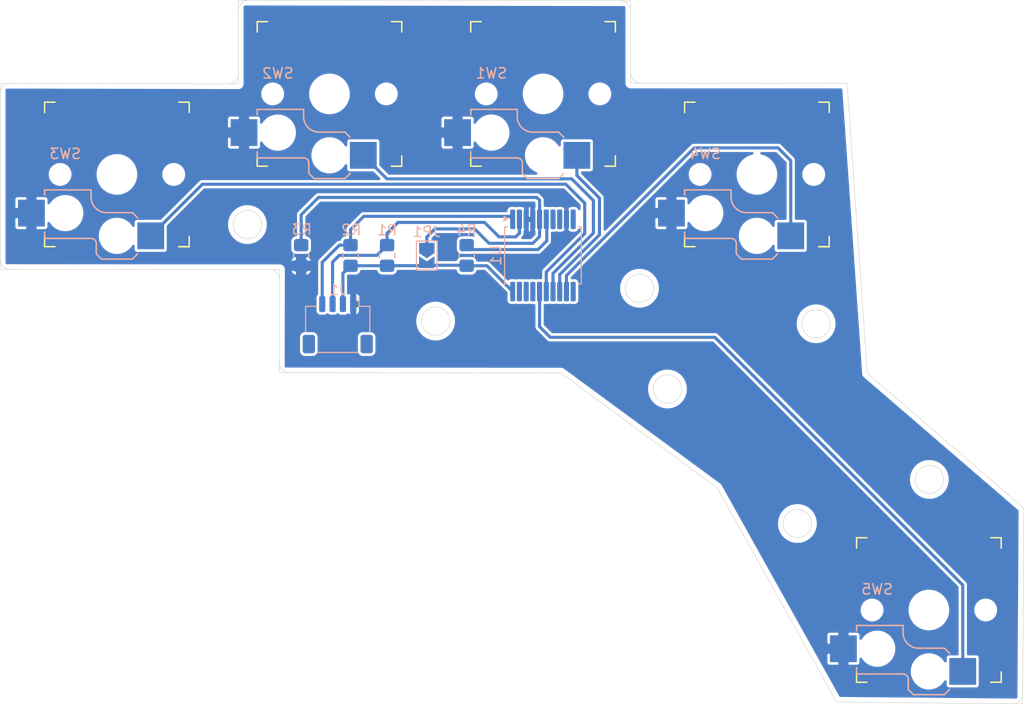
<source format=kicad_pcb>
(kicad_pcb (version 20241229) (generator "pcbnew") (generator_version "9.0")
  (layers (0 "F.Cu" signal) (2 "B.Cu" signal) (13 "F.Paste" user) (15 "B.Paste" user) (5 "F.SilkS" user "F.Silkscreen") (7 "B.SilkS" user "B.Silkscreen") (1 "F.Mask" user) (3 "B.Mask" user) (25 "Edge.Cuts" user))
  (net 0 "")
  (net 1 "/SDA")
  (net 2 "VCC")
  (net 3 "/SCL")
  (net 4 "GND")
  (net 5 "/A0")
  (net 6 "Net-(U1-~{RESET})")
  (net 7 "/middle")
  (net 8 "/ring")
  (net 9 "/pinky")
  (net 10 "/index")
  (net 18 "/thumb")
  (footprint "footprints:Kailh_socket_PG1350" (layer "F.Cu") (at 211.545 78)
    (property "Reference" "SW1" (at -5 -2 0) (layer "B.SilkS") (effects (justify mirror)))
    (property "Value" "SW_Push" (hide yes))
    (fp_line (start -7 -6) (end -7 -7) (stroke (width 0.15)) (layer "F.SilkS"))
    (fp_line (start -7 7) (end -7 6) (stroke (width 0.15)) (layer "F.SilkS"))
    (fp_line (start -7 7) (end -6 7) (stroke (width 0.15)) (layer "F.SilkS"))
    (fp_line (start -6 -7) (end -7 -7) (stroke (width 0.15)) (layer "F.SilkS"))
    (fp_line (start 6 7) (end 7 7) (stroke (width 0.15)) (layer "F.SilkS"))
    (fp_line (start 7 -7) (end 6 -7) (stroke (width 0.15)) (layer "F.SilkS"))
    (fp_line (start 7 -7) (end 7 -6) (stroke (width 0.15)) (layer "F.SilkS"))
    (fp_line (start 7 6) (end 7 7) (stroke (width 0.15)) (layer "F.SilkS"))
    (fp_line (start 7 7) (end 6 7) (stroke (width 0.15)) (layer "F.SilkS"))
    (fp_line (start -7 1.5) (end -7 2) (stroke (width 0.15)) (layer "B.SilkS"))
    (fp_line (start -7 5.6) (end -7 6.2) (stroke (width 0.15)) (layer "B.SilkS"))
    (fp_line (start -7 6.2) (end -2.5 6.2) (stroke (width 0.15)) (layer "B.SilkS"))
    (fp_line (start -2.5 1.5) (end -7 1.5) (stroke (width 0.15)) (layer "B.SilkS"))
    (fp_line (start -2.5 2.2) (end -2.5 1.5) (stroke (width 0.15)) (layer "B.SilkS"))
    (fp_line (start -2 6.7) (end -2 7.7) (stroke (width 0.15)) (layer "B.SilkS"))
    (fp_line (start -1.5 8.2) (end -2 7.7) (stroke (width 0.15)) (layer "B.SilkS"))
    (fp_line (start 1.5 3.7) (end -1 3.7) (stroke (width 0.15)) (layer "B.SilkS"))
    (fp_line (start 1.5 8.2) (end -1.5 8.2) (stroke (width 0.15)) (layer "B.SilkS"))
    (fp_line (start 2 4.2) (end 1.5 3.7) (stroke (width 0.15)) (layer "B.SilkS"))
    (fp_line (start 2 7.7) (end 1.5 8.2) (stroke (width 0.15)) (layer "B.SilkS"))
    (fp_arc (start -2.5 6.2) (mid -2.146447 6.346447) (end -2 6.7) (stroke (width 0.15)) (layer "B.SilkS"))
    (fp_arc (start -1 3.7) (mid -2.06066 3.26066) (end -2.5 2.2) (stroke (width 0.15)) (layer "B.SilkS"))
    (pad "" np_thru_hole circle (at -5.5 0) (size 1.7018 1.7018) (drill 1.7018) (layers "*.Cu" "*.Mask"))
    (pad "" np_thru_hole circle (at -5 3.75) (size 3 3) (drill 3) (layers "*.Cu" "*.Mask"))
    (pad "" np_thru_hole circle (at 0 0) (size 3.429 3.429) (drill 3.429) (layers "*.Cu" "*.Mask"))
    (pad "" np_thru_hole circle (at 0 5.95) (size 3 3) (drill 3) (layers "*.Cu" "*.Mask"))
    (pad "" np_thru_hole circle (at 5.5 0) (size 1.7018 1.7018) (drill 1.7018) (layers "*.Cu" "*.Mask"))
    (pad "1" smd rect (at 3.275 5.95) (size 2.6 2.6) (layers "B.Cu" "B.Mask" "B.Paste") (net 7 "/middle"))
    (pad "2" smd rect (at -8.275 3.75) (size 2.6 2.6) (layers "B.Cu" "B.Mask" "B.Paste") (net 4 "GND"))
  )
  (footprint "footprints:Kailh_socket_PG1350" (layer "F.Cu") (at 190.87 78)
    (property "Reference" "SW2" (at -5 -2 0) (layer "B.SilkS") (effects (justify mirror)))
    (property "Value" "SW_Push" (hide yes))
    (fp_line (start -7 -6) (end -7 -7) (stroke (width 0.15)) (layer "F.SilkS"))
    (fp_line (start -7 7) (end -7 6) (stroke (width 0.15)) (layer "F.SilkS"))
    (fp_line (start -7 7) (end -6 7) (stroke (width 0.15)) (layer "F.SilkS"))
    (fp_line (start -6 -7) (end -7 -7) (stroke (width 0.15)) (layer "F.SilkS"))
    (fp_line (start 6 7) (end 7 7) (stroke (width 0.15)) (layer "F.SilkS"))
    (fp_line (start 7 -7) (end 6 -7) (stroke (width 0.15)) (layer "F.SilkS"))
    (fp_line (start 7 -7) (end 7 -6) (stroke (width 0.15)) (layer "F.SilkS"))
    (fp_line (start 7 6) (end 7 7) (stroke (width 0.15)) (layer "F.SilkS"))
    (fp_line (start 7 7) (end 6 7) (stroke (width 0.15)) (layer "F.SilkS"))
    (fp_line (start -7 1.5) (end -7 2) (stroke (width 0.15)) (layer "B.SilkS"))
    (fp_line (start -7 5.6) (end -7 6.2) (stroke (width 0.15)) (layer "B.SilkS"))
    (fp_line (start -7 6.2) (end -2.5 6.2) (stroke (width 0.15)) (layer "B.SilkS"))
    (fp_line (start -2.5 1.5) (end -7 1.5) (stroke (width 0.15)) (layer "B.SilkS"))
    (fp_line (start -2.5 2.2) (end -2.5 1.5) (stroke (width 0.15)) (layer "B.SilkS"))
    (fp_line (start -2 6.7) (end -2 7.7) (stroke (width 0.15)) (layer "B.SilkS"))
    (fp_line (start -1.5 8.2) (end -2 7.7) (stroke (width 0.15)) (layer "B.SilkS"))
    (fp_line (start 1.5 3.7) (end -1 3.7) (stroke (width 0.15)) (layer "B.SilkS"))
    (fp_line (start 1.5 8.2) (end -1.5 8.2) (stroke (width 0.15)) (layer "B.SilkS"))
    (fp_line (start 2 4.2) (end 1.5 3.7) (stroke (width 0.15)) (layer "B.SilkS"))
    (fp_line (start 2 7.7) (end 1.5 8.2) (stroke (width 0.15)) (layer "B.SilkS"))
    (fp_arc (start -2.5 6.2) (mid -2.146447 6.346447) (end -2 6.7) (stroke (width 0.15)) (layer "B.SilkS"))
    (fp_arc (start -1 3.7) (mid -2.06066 3.26066) (end -2.5 2.2) (stroke (width 0.15)) (layer "B.SilkS"))
    (pad "" np_thru_hole circle (at -5.5 0) (size 1.7018 1.7018) (drill 1.7018) (layers "*.Cu" "*.Mask"))
    (pad "" np_thru_hole circle (at -5 3.75) (size 3 3) (drill 3) (layers "*.Cu" "*.Mask"))
    (pad "" np_thru_hole circle (at 0 0) (size 3.429 3.429) (drill 3.429) (layers "*.Cu" "*.Mask"))
    (pad "" np_thru_hole circle (at 0 5.95) (size 3 3) (drill 3) (layers "*.Cu" "*.Mask"))
    (pad "" np_thru_hole circle (at 5.5 0) (size 1.7018 1.7018) (drill 1.7018) (layers "*.Cu" "*.Mask"))
    (pad "1" smd rect (at 3.275 5.95) (size 2.6 2.6) (layers "B.Cu" "B.Mask" "B.Paste") (net 8 "/ring"))
    (pad "2" smd rect (at -8.275 3.75) (size 2.6 2.6) (layers "B.Cu" "B.Mask" "B.Paste") (net 4 "GND"))
  )
  (footprint "footprints:Kailh_socket_PG1350" (layer "F.Cu") (at 248.9 128)
    (property "Reference" "SW5" (at -5 -2 0) (layer "B.SilkS") (effects (justify mirror)))
    (property "Value" "SW_Push" (hide yes))
    (fp_line (start -7 -6) (end -7 -7) (stroke (width 0.15)) (layer "F.SilkS"))
    (fp_line (start -7 7) (end -7 6) (stroke (width 0.15)) (layer "F.SilkS"))
    (fp_line (start -7 7) (end -6 7) (stroke (width 0.15)) (layer "F.SilkS"))
    (fp_line (start -6 -7) (end -7 -7) (stroke (width 0.15)) (layer "F.SilkS"))
    (fp_line (start 6 7) (end 7 7) (stroke (width 0.15)) (layer "F.SilkS"))
    (fp_line (start 7 -7) (end 6 -7) (stroke (width 0.15)) (layer "F.SilkS"))
    (fp_line (start 7 -7) (end 7 -6) (stroke (width 0.15)) (layer "F.SilkS"))
    (fp_line (start 7 6) (end 7 7) (stroke (width 0.15)) (layer "F.SilkS"))
    (fp_line (start 7 7) (end 6 7) (stroke (width 0.15)) (layer "F.SilkS"))
    (fp_line (start -7 1.5) (end -7 2) (stroke (width 0.15)) (layer "B.SilkS"))
    (fp_line (start -7 5.6) (end -7 6.2) (stroke (width 0.15)) (layer "B.SilkS"))
    (fp_line (start -7 6.2) (end -2.5 6.2) (stroke (width 0.15)) (layer "B.SilkS"))
    (fp_line (start -2.5 1.5) (end -7 1.5) (stroke (width 0.15)) (layer "B.SilkS"))
    (fp_line (start -2.5 2.2) (end -2.5 1.5) (stroke (width 0.15)) (layer "B.SilkS"))
    (fp_line (start -2 6.7) (end -2 7.7) (stroke (width 0.15)) (layer "B.SilkS"))
    (fp_line (start -1.5 8.2) (end -2 7.7) (stroke (width 0.15)) (layer "B.SilkS"))
    (fp_line (start 1.5 3.7) (end -1 3.7) (stroke (width 0.15)) (layer "B.SilkS"))
    (fp_line (start 1.5 8.2) (end -1.5 8.2) (stroke (width 0.15)) (layer "B.SilkS"))
    (fp_line (start 2 4.2) (end 1.5 3.7) (stroke (width 0.15)) (layer "B.SilkS"))
    (fp_line (start 2 7.7) (end 1.5 8.2) (stroke (width 0.15)) (layer "B.SilkS"))
    (fp_arc (start -2.5 6.2) (mid -2.146447 6.346447) (end -2 6.7) (stroke (width 0.15)) (layer "B.SilkS"))
    (fp_arc (start -1 3.7) (mid -2.06066 3.26066) (end -2.5 2.2) (stroke (width 0.15)) (layer "B.SilkS"))
    (pad "" np_thru_hole circle (at -5.5 0) (size 1.7018 1.7018) (drill 1.7018) (layers "*.Cu" "*.Mask"))
    (pad "" np_thru_hole circle (at -5 3.75) (size 3 3) (drill 3) (layers "*.Cu" "*.Mask"))
    (pad "" np_thru_hole circle (at 0 0) (size 3.429 3.429) (drill 3.429) (layers "*.Cu" "*.Mask"))
    (pad "" np_thru_hole circle (at 0 5.95) (size 3 3) (drill 3) (layers "*.Cu" "*.Mask"))
    (pad "" np_thru_hole circle (at 5.5 0) (size 1.7018 1.7018) (drill 1.7018) (layers "*.Cu" "*.Mask"))
    (pad "1" smd rect (at 3.275 5.95) (size 2.6 2.6) (layers "B.Cu" "B.Mask" "B.Paste") (net 18 "/thumb"))
    (pad "2" smd rect (at -8.275 3.75) (size 2.6 2.6) (layers "B.Cu" "B.Mask" "B.Paste") (net 4 "GND"))
  )
  (footprint "footprints:Kailh_socket_PG1350" (layer "F.Cu") (at 170.29 85.8)
    (property "Reference" "SW3" (at -5 -2 0) (layer "B.SilkS") (effects (justify mirror)))
    (property "Value" "SW_Push" (hide yes))
    (fp_line (start -7 -6) (end -7 -7) (stroke (width 0.15)) (layer "F.SilkS"))
    (fp_line (start -7 7) (end -7 6) (stroke (width 0.15)) (layer "F.SilkS"))
    (fp_line (start -7 7) (end -6 7) (stroke (width 0.15)) (layer "F.SilkS"))
    (fp_line (start -6 -7) (end -7 -7) (stroke (width 0.15)) (layer "F.SilkS"))
    (fp_line (start 6 7) (end 7 7) (stroke (width 0.15)) (layer "F.SilkS"))
    (fp_line (start 7 -7) (end 6 -7) (stroke (width 0.15)) (layer "F.SilkS"))
    (fp_line (start 7 -7) (end 7 -6) (stroke (width 0.15)) (layer "F.SilkS"))
    (fp_line (start 7 6) (end 7 7) (stroke (width 0.15)) (layer "F.SilkS"))
    (fp_line (start 7 7) (end 6 7) (stroke (width 0.15)) (layer "F.SilkS"))
    (fp_line (start -7 1.5) (end -7 2) (stroke (width 0.15)) (layer "B.SilkS"))
    (fp_line (start -7 5.6) (end -7 6.2) (stroke (width 0.15)) (layer "B.SilkS"))
    (fp_line (start -7 6.2) (end -2.5 6.2) (stroke (width 0.15)) (layer "B.SilkS"))
    (fp_line (start -2.5 1.5) (end -7 1.5) (stroke (width 0.15)) (layer "B.SilkS"))
    (fp_line (start -2.5 2.2) (end -2.5 1.5) (stroke (width 0.15)) (layer "B.SilkS"))
    (fp_line (start -2 6.7) (end -2 7.7) (stroke (width 0.15)) (layer "B.SilkS"))
    (fp_line (start -1.5 8.2) (end -2 7.7) (stroke (width 0.15)) (layer "B.SilkS"))
    (fp_line (start 1.5 3.7) (end -1 3.7) (stroke (width 0.15)) (layer "B.SilkS"))
    (fp_line (start 1.5 8.2) (end -1.5 8.2) (stroke (width 0.15)) (layer "B.SilkS"))
    (fp_line (start 2 4.2) (end 1.5 3.7) (stroke (width 0.15)) (layer "B.SilkS"))
    (fp_line (start 2 7.7) (end 1.5 8.2) (stroke (width 0.15)) (layer "B.SilkS"))
    (fp_arc (start -2.5 6.2) (mid -2.146447 6.346447) (end -2 6.7) (stroke (width 0.15)) (layer "B.SilkS"))
    (fp_arc (start -1 3.7) (mid -2.06066 3.26066) (end -2.5 2.2) (stroke (width 0.15)) (layer "B.SilkS"))
    (pad "" np_thru_hole circle (at -5.5 0) (size 1.7018 1.7018) (drill 1.7018) (layers "*.Cu" "*.Mask"))
    (pad "" np_thru_hole circle (at -5 3.75) (size 3 3) (drill 3) (layers "*.Cu" "*.Mask"))
    (pad "" np_thru_hole circle (at 0 0) (size 3.429 3.429) (drill 3.429) (layers "*.Cu" "*.Mask"))
    (pad "" np_thru_hole circle (at 0 5.95) (size 3 3) (drill 3) (layers "*.Cu" "*.Mask"))
    (pad "" np_thru_hole circle (at 5.5 0) (size 1.7018 1.7018) (drill 1.7018) (layers "*.Cu" "*.Mask"))
    (pad "1" smd rect (at 3.275 5.95) (size 2.6 2.6) (layers "B.Cu" "B.Mask" "B.Paste") (net 9 "/pinky"))
    (pad "2" smd rect (at -8.275 3.75) (size 2.6 2.6) (layers "B.Cu" "B.Mask" "B.Paste") (net 4 "GND"))
  )
  (footprint "footprints:Kailh_socket_PG1350" (layer "F.Cu") (at 232.25 85.8)
    (property "Reference" "SW4" (at -5 -2 0) (layer "B.SilkS") (effects (justify mirror)))
    (property "Value" "SW_Push" (hide yes))
    (fp_line (start -7 -6) (end -7 -7) (stroke (width 0.15)) (layer "F.SilkS"))
    (fp_line (start -7 7) (end -7 6) (stroke (width 0.15)) (layer "F.SilkS"))
    (fp_line (start -7 7) (end -6 7) (stroke (width 0.15)) (layer "F.SilkS"))
    (fp_line (start -6 -7) (end -7 -7) (stroke (width 0.15)) (layer "F.SilkS"))
    (fp_line (start 6 7) (end 7 7) (stroke (width 0.15)) (layer "F.SilkS"))
    (fp_line (start 7 -7) (end 6 -7) (stroke (width 0.15)) (layer "F.SilkS"))
    (fp_line (start 7 -7) (end 7 -6) (stroke (width 0.15)) (layer "F.SilkS"))
    (fp_line (start 7 6) (end 7 7) (stroke (width 0.15)) (layer "F.SilkS"))
    (fp_line (start 7 7) (end 6 7) (stroke (width 0.15)) (layer "F.SilkS"))
    (fp_line (start -7 1.5) (end -7 2) (stroke (width 0.15)) (layer "B.SilkS"))
    (fp_line (start -7 5.6) (end -7 6.2) (stroke (width 0.15)) (layer "B.SilkS"))
    (fp_line (start -7 6.2) (end -2.5 6.2) (stroke (width 0.15)) (layer "B.SilkS"))
    (fp_line (start -2.5 1.5) (end -7 1.5) (stroke (width 0.15)) (layer "B.SilkS"))
    (fp_line (start -2.5 2.2) (end -2.5 1.5) (stroke (width 0.15)) (layer "B.SilkS"))
    (fp_line (start -2 6.7) (end -2 7.7) (stroke (width 0.15)) (layer "B.SilkS"))
    (fp_line (start -1.5 8.2) (end -2 7.7) (stroke (width 0.15)) (layer "B.SilkS"))
    (fp_line (start 1.5 3.7) (end -1 3.7) (stroke (width 0.15)) (layer "B.SilkS"))
    (fp_line (start 1.5 8.2) (end -1.5 8.2) (stroke (width 0.15)) (layer "B.SilkS"))
    (fp_line (start 2 4.2) (end 1.5 3.7) (stroke (width 0.15)) (layer "B.SilkS"))
    (fp_line (start 2 7.7) (end 1.5 8.2) (stroke (width 0.15)) (layer "B.SilkS"))
    (fp_arc (start -2.5 6.2) (mid -2.146447 6.346447) (end -2 6.7) (stroke (width 0.15)) (layer "B.SilkS"))
    (fp_arc (start -1 3.7) (mid -2.06066 3.26066) (end -2.5 2.2) (stroke (width 0.15)) (layer "B.SilkS"))
    (pad "" np_thru_hole circle (at -5.5 0) (size 1.7018 1.7018) (drill 1.7018) (layers "*.Cu" "*.Mask"))
    (pad "" np_thru_hole circle (at -5 3.75) (size 3 3) (drill 3) (layers "*.Cu" "*.Mask"))
    (pad "" np_thru_hole circle (at 0 0) (size 3.429 3.429) (drill 3.429) (layers "*.Cu" "*.Mask"))
    (pad "" np_thru_hole circle (at 0 5.95) (size 3 3) (drill 3) (layers "*.Cu" "*.Mask"))
    (pad "" np_thru_hole circle (at 5.5 0) (size 1.7018 1.7018) (drill 1.7018) (layers "*.Cu" "*.Mask"))
    (pad "1" smd rect (at 3.275 5.95) (size 2.6 2.6) (layers "B.Cu" "B.Mask" "B.Paste") (net 10 "/index"))
    (pad "2" smd rect (at -8.275 3.75) (size 2.6 2.6) (layers "B.Cu" "B.Mask" "B.Paste") (net 4 "GND"))
  )
  (footprint "Resistor_SMD:R_0805_2012Metric_Pad1.20x1.40mm_HandSolder" (layer "B.Cu") (at 188.13 93.65 90)
    (property "Reference" "R3" (at 2.51 0.06 180) (layer "B.SilkS") (effects (justify mirror)))
    (property "Value" "10k")
    (fp_line (start -0.227064 -0.735) (end 0.227064 -0.735) (stroke (width 0.12)) (layer "B.SilkS"))
    (fp_line (start -0.227064 0.735) (end 0.227064 0.735) (stroke (width 0.12)) (layer "B.SilkS"))
    (pad "1" smd roundrect (at -1 0 90) (size 1.2 1.4) (layers "B.Cu" "B.Mask" "B.Paste") (roundrect_rratio 0.208333) (net 4 "GND"))
    (pad "2" smd roundrect (at 1 0 90) (size 1.2 1.4) (layers "B.Cu" "B.Mask" "B.Paste") (roundrect_rratio 0.208333) (net 5 "/A0"))
  )
  (footprint "Package_SO:SSOP-20_5.3x7.2mm_P0.65mm" (layer "B.Cu") (at 211.535 93.65 -90)
    (property "Reference" "U1" (at 0 4.55 90) (layer "B.SilkS") (effects (justify mirror)))
    (property "Value" "MCP23008-xSS" (hide yes))
    (fp_line (start -2.76 3.71) (end -2.76 3.435) (stroke (width 0.12)) (layer "B.SilkS"))
    (fp_line (start 0 3.71) (end -2.76 3.71) (stroke (width 0.12)) (layer "B.SilkS"))
    (fp_line (start 0 3.71) (end 2.76 3.71) (stroke (width 0.12)) (layer "B.SilkS"))
    (fp_line (start 2.76 3.71) (end 2.76 3.435) (stroke (width 0.12)) (layer "B.SilkS"))
    (fp_line (start -2.76 -3.71) (end -2.76 -3.435) (stroke (width 0.12)) (layer "B.SilkS"))
    (fp_line (start 0 -3.71) (end -2.76 -3.71) (stroke (width 0.12)) (layer "B.SilkS"))
    (fp_line (start 0 -3.71) (end 2.76 -3.71) (stroke (width 0.12)) (layer "B.SilkS"))
    (fp_line (start 2.76 -3.71) (end 2.76 -3.435) (stroke (width 0.12)) (layer "B.SilkS"))
    (fp_poly (pts (xy -3.55 3.435) (xy -3.79 3.765) (xy -3.31 3.765) (xy -3.55 3.435)) (stroke (width 0.12)) (fill yes) (layer "B.SilkS"))
    (pad "1" smd roundrect (at -3.5 2.925 270) (size 1.9 0.5) (layers "B.Cu" "B.Mask" "B.Paste") (net 3 "/SCL"))
    (pad "2" smd roundrect (at -3.5 2.275 270) (size 1.9 0.5) (layers "B.Cu" "B.Mask" "B.Paste") (net 1 "/SDA"))
    (pad "3" smd roundrect (at -3.5 1.625 270) (size 1.9 0.5) (layers "B.Cu" "B.Mask" "B.Paste") (net 4 "GND"))
    (pad "4" smd roundrect (at -3.5 0.975 270) (size 1.9 0.5) (layers "B.Cu" "B.Mask" "B.Paste") (net 4 "GND"))
    (pad "5" smd roundrect (at -3.5 0.325 270) (size 1.9 0.5) (layers "B.Cu" "B.Mask" "B.Paste") (net 5 "/A0"))
    (pad "6" smd roundrect (at -3.5 -0.325 270) (size 1.9 0.5) (layers "B.Cu" "B.Mask" "B.Paste") (net 6 "Net-(U1-~{RESET})"))
    (pad "7" smd roundrect (at -3.5 -0.975 270) (size 1.9 0.5) (layers "B.Cu" "B.Mask" "B.Paste"))
    (pad "8" smd roundrect (at -3.5 -1.625 270) (size 1.9 0.5) (layers "B.Cu" "B.Mask" "B.Paste"))
    (pad "9" smd roundrect (at -3.5 -2.275 270) (size 1.9 0.5) (layers "B.Cu" "B.Mask" "B.Paste") (net 4 "GND"))
    (pad "10" smd roundrect (at -3.5 -2.925 270) (size 1.9 0.5) (layers "B.Cu" "B.Mask" "B.Paste"))
    (pad "11" smd roundrect (at 3.5 -2.925 270) (size 1.9 0.5) (layers "B.Cu" "B.Mask" "B.Paste"))
    (pad "12" smd roundrect (at 3.5 -2.275 270) (size 1.9 0.5) (layers "B.Cu" "B.Mask" "B.Paste") (net 10 "/index"))
    (pad "13" smd roundrect (at 3.5 -1.625 270) (size 1.9 0.5) (layers "B.Cu" "B.Mask" "B.Paste") (net 7 "/middle"))
    (pad "14" smd roundrect (at 3.5 -0.975 270) (size 1.9 0.5) (layers "B.Cu" "B.Mask" "B.Paste") (net 8 "/ring"))
    (pad "15" smd roundrect (at 3.5 -0.325 270) (size 1.9 0.5) (layers "B.Cu" "B.Mask" "B.Paste") (net 9 "/pinky"))
    (pad "16" smd roundrect (at 3.5 0.325 270) (size 1.9 0.5) (layers "B.Cu" "B.Mask" "B.Paste") (net 18 "/thumb"))
    (pad "17" smd roundrect (at 3.5 0.975 270) (size 1.9 0.5) (layers "B.Cu" "B.Mask" "B.Paste"))
    (pad "18" smd roundrect (at 3.5 1.625 270) (size 1.9 0.5) (layers "B.Cu" "B.Mask" "B.Paste"))
    (pad "19" smd roundrect (at 3.5 2.275 270) (size 1.9 0.5) (layers "B.Cu" "B.Mask" "B.Paste"))
    (pad "20" smd roundrect (at 3.5 2.925 270) (size 1.9 0.5) (layers "B.Cu" "B.Mask" "B.Paste") (net 2 "VCC"))
  )
  (footprint "Jumper:SolderJumper-2_P1.3mm_Open_TrianglePad1.0x1.5mm" (layer "B.Cu") (at 200.29 93.65 -90)
    (property "Reference" "JP1" (at -2.29 0.03 180) (layer "B.SilkS") (effects (justify mirror)))
    (property "Value" "SolderJumper_2_Open" (hide yes))
    (fp_line (start -1.4 1) (end 1.4 1) (stroke (width 0.12)) (layer "B.SilkS"))
    (fp_line (start 1.4 1) (end 1.4 -1) (stroke (width 0.12)) (layer "B.SilkS"))
    (fp_line (start -1.4 -1) (end -1.4 1) (stroke (width 0.12)) (layer "B.SilkS"))
    (fp_line (start 1.4 -1) (end -1.4 -1) (stroke (width 0.12)) (layer "B.SilkS"))
    (pad "1" smd custom (at -0.725 0 270) (size 0.3 0.3) (layers "B.Cu" "B.Mask") (net 5 "/A0") (options (clearance outline) (anchor rect)) (primitives (gr_poly (pts (xy 1 0) (xy 0.5 -0.75) (xy -0.5 -0.75) (xy -0.5 0.75) (xy 0.5 0.75)) (width 0) (fill yes))))
    (pad "2" smd custom (at 0.725 0 270) (size 0.3 0.3) (layers "B.Cu" "B.Mask") (net 2 "VCC") (options (clearance outline) (anchor rect)) (primitives (gr_poly (pts (xy 0.5 -0.75) (xy -0.65 -0.75) (xy -0.15 0) (xy -0.65 0.75) (xy 0.5 0.75)) (width 0) (fill yes))))
  )
  (footprint "Resistor_SMD:R_0805_2012Metric_Pad1.20x1.40mm_HandSolder" (layer "B.Cu") (at 204.15 93.65 90)
    (property "Reference" "R4" (at 2.45 -0.01 180) (layer "B.SilkS") (effects (justify mirror)))
    (property "Value" "10k")
    (fp_line (start -0.227064 -0.735) (end 0.227064 -0.735) (stroke (width 0.12)) (layer "B.SilkS"))
    (fp_line (start -0.227064 0.735) (end 0.227064 0.735) (stroke (width 0.12)) (layer "B.SilkS"))
    (pad "1" smd roundrect (at -1 0 90) (size 1.2 1.4) (layers "B.Cu" "B.Mask" "B.Paste") (roundrect_rratio 0.208333) (net 2 "VCC"))
    (pad "2" smd roundrect (at 1 0 90) (size 1.2 1.4) (layers "B.Cu" "B.Mask" "B.Paste") (roundrect_rratio 0.208333) (net 6 "Net-(U1-~{RESET})"))
  )
  (footprint "Connector_JST:JST_SH_SM04B-SRSS-TB_1x04-1MP_P1.00mm_Horizontal" (layer "B.Cu") (at 191.67 100.36 180)
    (property "Reference" "J1" (at 0 3.38 0) (layer "B.SilkS") (effects (justify mirror)))
    (property "Value" "Conn_01x04_Socket" (hide yes))
    (fp_line (start 3.11 1.785) (end 2.06 1.785) (stroke (width 0.12)) (layer "B.SilkS"))
    (fp_line (start 3.11 -0.715) (end 3.11 1.785) (stroke (width 0.12)) (layer "B.SilkS"))
    (fp_line (start -1.94 -2.685) (end 1.94 -2.685) (stroke (width 0.12)) (layer "B.SilkS"))
    (fp_line (start -2.06 1.785) (end -2.06 2.775) (stroke (width 0.12)) (layer "B.SilkS"))
    (fp_line (start -3.11 1.785) (end -2.06 1.785) (stroke (width 0.12)) (layer "B.SilkS"))
    (fp_line (start -3.11 -0.715) (end -3.11 1.785) (stroke (width 0.12)) (layer "B.SilkS"))
    (pad "1" smd roundrect (at -1.5 2 180) (size 0.6 1.55) (layers "B.Cu" "B.Mask" "B.Paste") (net 4 "GND"))
    (pad "2" smd roundrect (at -0.5 2 180) (size 0.6 1.55) (layers "B.Cu" "B.Mask" "B.Paste") (net 2 "VCC"))
    (pad "3" smd roundrect (at 0.5 2 180) (size 0.6 1.55) (layers "B.Cu" "B.Mask" "B.Paste") (net 1 "/SDA"))
    (pad "4" smd roundrect (at 1.5 2 180) (size 0.6 1.55) (layers "B.Cu" "B.Mask" "B.Paste") (net 3 "/SCL"))
    (pad "MP" smd roundrect (at -2.8 -1.875 180) (size 1.2 1.8) (layers "B.Cu" "B.Mask" "B.Paste") (roundrect_rratio 0.208333))
    (pad "MP" smd roundrect (at 2.8 -1.875 180) (size 1.2 1.8) (layers "B.Cu" "B.Mask" "B.Paste") (roundrect_rratio 0.208333))
  )
  (footprint "Resistor_SMD:R_0805_2012Metric_Pad1.20x1.40mm_HandSolder" (layer "B.Cu") (at 192.91 93.65 90)
    (property "Reference" "R2" (at 2.48 0.06 0) (layer "B.SilkS") (effects (justify mirror)))
    (property "Value" "10k")
    (fp_line (start -0.227064 -0.735) (end 0.227064 -0.735) (stroke (width 0.12)) (layer "B.SilkS"))
    (fp_line (start -0.227064 0.735) (end 0.227064 0.735) (stroke (width 0.12)) (layer "B.SilkS"))
    (pad "1" smd roundrect (at -1 0 90) (size 1.2 1.4) (layers "B.Cu" "B.Mask" "B.Paste") (roundrect_rratio 0.208333) (net 2 "VCC"))
    (pad "2" smd roundrect (at 1 0 90) (size 1.2 1.4) (layers "B.Cu" "B.Mask" "B.Paste") (roundrect_rratio 0.208333) (net 3 "/SCL"))
  )
  (footprint "Resistor_SMD:R_0805_2012Metric_Pad1.20x1.40mm_HandSolder" (layer "B.Cu") (at 196.45 93.65 90)
    (property "Reference" "R1" (at 2.45 0 0) (layer "B.SilkS") (effects (justify mirror)))
    (property "Value" "10k")
    (fp_line (start -0.227064 -0.735) (end 0.227064 -0.735) (stroke (width 0.12)) (layer "B.SilkS"))
    (fp_line (start -0.227064 0.735) (end 0.227064 0.735) (stroke (width 0.12)) (layer "B.SilkS"))
    (pad "1" smd roundrect (at -1 0 90) (size 1.2 1.4) (layers "B.Cu" "B.Mask" "B.Paste") (roundrect_rratio 0.208333) (net 2 "VCC"))
    (pad "2" smd roundrect (at 1 0 90) (size 1.2 1.4) (layers "B.Cu" "B.Mask" "B.Paste") (roundrect_rratio 0.208333) (net 1 "/SDA"))
  )
  (gr_arc (start 159.997107 95.002893) (mid 159.29 94.71) (end 158.997107 94.002893) (stroke (width 0.05)) (layer "Edge.Cuts"))
  (gr_circle (center 237.98 100.27) (end 239.355 100.27) (stroke (width 0.05)) (fill no) (layer "Edge.Cuts"))
  (gr_circle (center 236.17 119.62) (end 237.545 119.62) (stroke (width 0.05)) (fill no) (layer "Edge.Cuts"))
  (gr_arc (start 221.027107 76.962893) (mid 220.32 76.67) (end 220.027107 75.962893) (stroke (width 0.05)) (layer "Edge.Cuts"))
  (gr_arc (start 182.047107 69.927107) (mid 182.34 69.22) (end 183.047107 68.927107) (stroke (width 0.05)) (layer "Edge.Cuts"))
  (gr_arc (start 182.052893 76.032893) (mid 181.76 76.74) (end 181.052893 77.032893) (stroke (width 0.05)) (layer "Edge.Cuts"))
  (gr_arc (start 257.972893 136.08) (mid 257.68 136.787107) (end 256.972893 137.08) (stroke (width 0.05)) (layer "Edge.Cuts"))
  (gr_circle (center 220.885 96.83) (end 222.26 96.83) (stroke (width 0.05)) (fill no) (layer "Edge.Cuts"))
  (gr_arc (start 159 77.98) (mid 159.292893 77.272893) (end 160 76.98) (stroke (width 0.05)) (layer "Edge.Cuts"))
  (gr_arc (start 185.052893 95.017107) (mid 185.76 95.31) (end 186.052893 96.017107) (stroke (width 0.05)) (layer "Edge.Cuts"))
  (gr_circle (center 201.145 100.01) (end 202.52 100.01) (stroke (width 0.05)) (fill no) (layer "Edge.Cuts"))
  (gr_arc (start 219.022893 68.987107) (mid 219.73 69.28) (end 220.022893 69.987107) (stroke (width 0.05)) (layer "Edge.Cuts"))
  (gr_poly (pts (xy 159.02 76.98) (xy 182.05 77.03) (xy 182.05 68.93) (xy 220.02 68.99) (xy 220.03 76.96) (xy 240.98 76.97) (xy 242.94 105.07) (xy 258.09 118.13) (xy 257.97 137.09) (xy 239.97 136.92) (xy 228.4 116.16) (xy 213.27 105.03) (xy 186.03 105.01) (xy 186.05 95.02) (xy 159 95) (xy 159 76.98)) (stroke (width 0.05)) (fill no) (layer "Edge.Cuts"))
  (gr_circle (center 223.59 106.59) (end 224.965 106.59) (stroke (width 0.05)) (fill no) (layer "Edge.Cuts"))
  (gr_circle (center 182.925 90.66) (end 184.3 90.66) (stroke (width 0.05)) (fill no) (layer "Edge.Cuts"))
  (gr_arc (start 187.03 105.01) (mid 186.322893 104.717107) (end 186.03 104.01) (stroke (width 0.05)) (layer "Edge.Cuts"))
  (gr_circle (center 248.945 115.35) (end 250.32 115.35) (stroke (width 0.05)) (fill no) (layer "Edge.Cuts"))
  (segment (start 207.28 91.85) (end 208.9 91.85) (width 0.3) (layer "B.Cu") (net 1))
  (segment (start 208.9 91.85) (end 209.26 91.49) (width 0.3) (layer "B.Cu") (net 1))
  (segment (start 209.26 91.49) (end 209.26 90.829) (width 0.3) (layer "B.Cu") (net 1))
  (segment (start 196.45 92.65) (end 195.46 93.64) (width 0.3) (layer "B.Cu") (net 1))
  (segment (start 205.88 90.45) (end 207.28 91.85) (width 0.3) (layer "B.Cu") (net 1))
  (segment (start 209.26 90.829) (end 209.309 90.78) (width 0.3) (layer "B.Cu") (net 1))
  (segment (start 191.17 94.29) (end 191.17 98.36) (width 0.3) (layer "B.Cu") (net 1))
  (segment (start 195.46 93.64) (end 191.82 93.64) (width 0.3) (layer "B.Cu") (net 1))
  (segment (start 197.5 90.45) (end 205.88 90.45) (width 0.3) (layer "B.Cu") (net 1))
  (segment (start 191.82 93.64) (end 191.17 94.29) (width 0.3) (layer "B.Cu") (net 1))
  (segment (start 196.45 92.65) (end 196.45 91.5) (width 0.3) (layer "B.Cu") (net 1))
  (segment (start 196.45 91.5) (end 197.5 90.45) (width 0.3) (layer "B.Cu") (net 1))
  (segment (start 192.17 98.36) (end 192.17 95.39) (width 0.3) (layer "B.Cu") (net 2))
  (segment (start 192.17 95.39) (end 192.91 94.65) (width 0.3) (layer "B.Cu") (net 2))
  (segment (start 200.29 94.375) (end 200.515 94.6) (width 0.3) (layer "B.Cu") (net 2))
  (segment (start 208.61 97.15) (end 206.11 94.65) (width 0.3) (layer "B.Cu") (net 2))
  (segment (start 200.29 94.375) (end 200.025 94.64) (width 0.3) (layer "B.Cu") (net 2))
  (segment (start 196.45 94.65) (end 192.91 94.65) (width 0.3) (layer "B.Cu") (net 2))
  (segment (start 206.11 94.65) (end 204.15 94.65) (width 0.3) (layer "B.Cu") (net 2))
  (segment (start 196.46 94.64) (end 196.45 94.65) (width 0.3) (layer "B.Cu") (net 2))
  (segment (start 204.1 94.6) (end 204.15 94.65) (width 0.3) (layer "B.Cu") (net 2))
  (segment (start 200.025 94.64) (end 196.46 94.64) (width 0.3) (layer "B.Cu") (net 2))
  (segment (start 200.515 94.6) (end 204.1 94.6) (width 0.3) (layer "B.Cu") (net 2))
  (segment (start 192.91 92.65) (end 191.83 92.65) (width 0.3) (layer "B.Cu") (net 3))
  (segment (start 191.83 92.65) (end 190.17 94.31) (width 0.3) (layer "B.Cu") (net 3))
  (segment (start 192.91 91.14) (end 194.19 89.86) (width 0.3) (layer "B.Cu") (net 3))
  (segment (start 190.17 96.33) (end 190.17 98.36) (width 0.3) (layer "B.Cu") (net 3))
  (segment (start 192.91 92.65) (end 192.91 91.14) (width 0.3) (layer "B.Cu") (net 3))
  (segment (start 208.32 89.86) (end 208.61 90.15) (width 0.3) (layer "B.Cu") (net 3))
  (segment (start 190.17 94.31) (end 190.17 96.31) (width 0.3) (layer "B.Cu") (net 3))
  (segment (start 194.19 89.86) (end 208.32 89.86) (width 0.3) (layer "B.Cu") (net 3))
  (segment (start 210.56 92.47) (end 211.21 91.82) (width 0.3) (layer "B.Cu") (net 5))
  (segment (start 211.21 88.3) (end 211.21 90.15) (width 0.3) (layer "B.Cu") (net 5))
  (segment (start 210.94 88.03) (end 211.21 88.3) (width 0.3) (layer "B.Cu") (net 5))
  (segment (start 201.07 91.08) (end 204.92 91.08) (width 0.3) (layer "B.Cu") (net 5))
  (segment (start 211.21 91.82) (end 211.21 90.15) (width 0.3) (layer "B.Cu") (net 5))
  (segment (start 188.13 89.71) (end 189.81 88.03) (width 0.3) (layer "B.Cu") (net 5))
  (segment (start 188.13 92.65) (end 188.13 89.71) (width 0.3) (layer "B.Cu") (net 5))
  (segment (start 206.31 92.47) (end 210.56 92.47) (width 0.3) (layer "B.Cu") (net 5))
  (segment (start 189.81 88.03) (end 210.94 88.03) (width 0.3) (layer "B.Cu") (net 5))
  (segment (start 200.29 91.86) (end 201.07 91.08) (width 0.3) (layer "B.Cu") (net 5))
  (segment (start 204.92 91.08) (end 206.31 92.47) (width 0.3) (layer "B.Cu") (net 5))
  (segment (start 200.29 92.925) (end 200.29 91.86) (width 0.3) (layer "B.Cu") (net 5))
  (segment (start 204.58 93.08) (end 211.07 93.08) (width 0.3) (layer "B.Cu") (net 6))
  (segment (start 211.07 93.08) (end 211.909 92.241) (width 0.3) (layer "B.Cu") (net 6))
  (segment (start 204.15 92.65) (end 204.58 93.08) (width 0.3) (layer "B.Cu") (net 6))
  (segment (start 211.909 92.241) (end 211.909 90.94) (width 0.3) (layer "B.Cu") (net 6))
  (segment (start 213.16 97.15) (end 213.16 95.5) (width 0.3) (layer "B.Cu") (net 7))
  (segment (start 213.16 95.5) (end 217.01 91.65) (width 0.3) (layer "B.Cu") (net 7))
  (segment (start 214.82 85.9) (end 214.82 83.95) (width 0.3) (layer "B.Cu") (net 7))
  (segment (start 217.01 91.65) (end 217.01 88.09) (width 0.3) (layer "B.Cu") (net 7))
  (segment (start 217.01 88.09) (end 214.82 85.9) (width 0.3) (layer "B.Cu") (net 7))
  (segment (start 196.425 86.23) (end 194.145 83.95) (width 0.3) (layer "B.Cu") (net 8))
  (segment (start 214.32 86.23) (end 196.425 86.23) (width 0.3) (layer "B.Cu") (net 8))
  (segment (start 212.51 95.39) (end 216.42 91.48) (width 0.3) (layer "B.Cu") (net 8))
  (segment (start 212.51 97.15) (end 212.51 95.39) (width 0.3) (layer "B.Cu") (net 8))
  (segment (start 216.42 88.33) (end 214.32 86.23) (width 0.3) (layer "B.Cu") (net 8))
  (segment (start 216.42 91.48) (end 216.42 88.33) (width 0.3) (layer "B.Cu") (net 8))
  (segment (start 215.58 88.58) (end 215.58 91.53) (width 0.3) (layer "B.Cu") (net 9))
  (segment (start 215.58 91.53) (end 211.86 95.25) (width 0.3) (layer "B.Cu") (net 9))
  (segment (start 213.75 86.75) (end 215.58 88.58) (width 0.3) (layer "B.Cu") (net 9))
  (segment (start 211.86 95.25) (end 211.86 97.15) (width 0.3) (layer "B.Cu") (net 9))
  (segment (start 178.565 86.75) (end 213.75 86.75) (width 0.3) (layer "B.Cu") (net 9))
  (segment (start 173.565 91.75) (end 178.565 86.75) (width 0.3) (layer "B.Cu") (net 9))
  (segment (start 213.81 97.15) (end 213.81 95.6) (width 0.3) (layer "B.Cu") (net 10))
  (segment (start 213.81 95.6) (end 226.18 83.23) (width 0.3) (layer "B.Cu") (net 10))
  (segment (start 226.18 83.23) (end 234.3 83.23) (width 0.3) (layer "B.Cu") (net 10))
  (segment (start 235.525 84.455) (end 235.525 91.75) (width 0.3) (layer "B.Cu") (net 10))
  (segment (start 234.3 83.23) (end 235.525 84.455) (width 0.3) (layer "B.Cu") (net 10))
  (segment (start 211.21 100.55) (end 211.21 97.15) (width 0.3) (layer "B.Cu") (net 18))
  (segment (start 252.18 133.075) (end 252.18 125.58) (width 0.3) (layer "B.Cu") (net 18))
  (segment (start 252.18 125.58) (end 228.18 101.58) (width 0.3) (layer "B.Cu") (net 18))
  (segment (start 212.24 101.58) (end 211.21 100.55) (width 0.3) (layer "B.Cu") (net 18))
  (segment (start 253.055 133.95) (end 252.18 133.075) (width 0.3) (layer "B.Cu") (net 18))
  (segment (start 228.18 101.58) (end 212.24 101.58) (width 0.3) (layer "B.Cu") (net 18))
  (zone (net 4) (net_name "GND") (layer "B.Cu") (connect_pads (clearance 0.25)) (min_thickness 0.25) (fill yes (thermal_gap 0.25) (thermal_bridge_width 1))
    (polygon (pts (xy 159.1 77.09) (xy 182.2 77.1) (xy 182.2 69) (xy 219.91 69.1) (xy 219.9 77.11) (xy 240.9 77.1) (xy 242.8 105.19) (xy 243.01 105.31) (xy 258 118.2) (xy 257.91 137) (xy 240.01 136.8) (xy 228.5 116.09) (xy 213.3 104.9) (xy 186.07 104.97) (xy 186.1 94.89) (xy 159.1 94.9) (xy 159.03 77.09)))
  )
)
</source>
